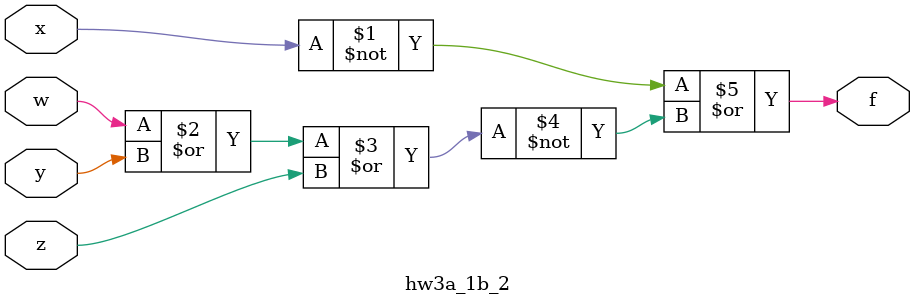
<source format=v>
`timescale 1ns / 1ps


module hw3a_1b_2(f,w,x,y,z);
   input w,x,y,z;
   output f;
  assign f = (~x) | (~(w | y | z)) ;

endmodule

</source>
